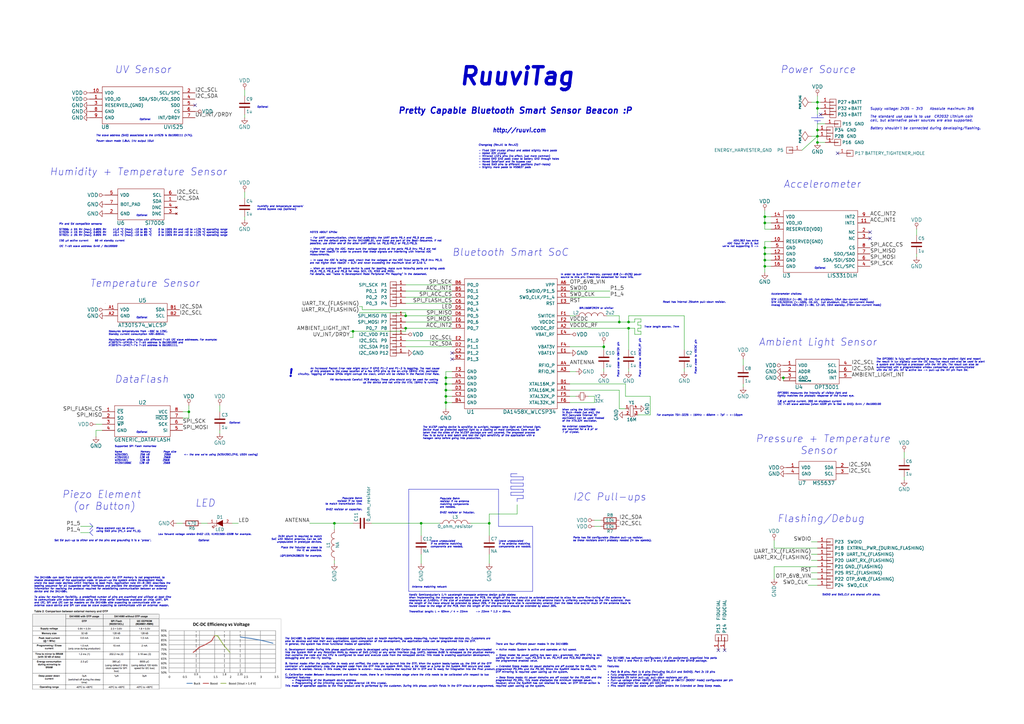
<source format=kicad_sch>
(kicad_sch (version 20230121) (generator eeschema)
  (paper "A3")
  (title_block (title "RuuviTag") (date "2015-07-11") (rev "A2") (company "Lauri Jämsä / lauri@ruuvi.com / ruuvi.com") (comment 1 "http://creativecommons.org/licenses/by-sa/4.0/") (comment 2 "License: Attribution-ShareAlike 4.0 International (CC BY-SA 4.0)"))
  (junction (at 182.88 157.48))
  (junction (at 313.69 106.68))
  (junction (at 321.31 154.94))
  (junction (at 313.69 91.44))
  (junction (at 335.28 44.45))
  (junction (at 77.47 168.91))
  (junction (at 313.69 88.9))
  (junction (at 182.88 160.02))
  (junction (at 335.28 55.88))
  (junction (at 182.88 162.56))
  (junction (at 313.69 109.22))
  (junction (at 313.69 104.14))
  (junction (at 166.37 134.62))
  (junction (at 247.65 142.24))
  (junction (at 182.88 154.94))
  (junction (at 166.37 129.54))
  (junction (at 254 132.08))
  (junction (at 335.28 58.42))
  (junction (at 200.66 214.63))
  (junction (at 182.88 165.1))
  (junction (at 257.81 132.08))
  (junction (at 335.28 41.91))
  (junction (at 137.16 214.63))
  (junction (at 335.28 53.34))
  (junction (at 257.81 134.62))
  (junction (at 172.72 214.63))
  (junction (at 313.69 101.6))
  (junction (at 144.78 135.89))
  (no_connect (at 297.18 266.7))
  (no_connect (at 185.42 144.78))
  (no_connect (at 294.64 266.7))
  (no_connect (at 185.42 147.32))
  (no_connect (at 80.01 43.18))
  (no_connect (at 356.87 95.25))
  (no_connect (at 343.535 62.865))
  (no_connect (at 356.87 97.79))
  (no_connect (at 336.55 46.99))
  (wire (pts (xy 313.69 88.9) (xy 316.23 88.9)))
  (wire (pts (xy 166.37 139.7) (xy 185.42 139.7)))
  (wire (pts (xy 335.28 39.37) (xy 335.28 41.91)))
  (polyline (pts (xy 209.55 194.31) (xy 212.09 194.31)))
  (wire (pts (xy 260.35 130.81) (xy 262.89 130.81)))
  (wire (pts (xy 332.74 237.49) (xy 335.28 237.49)))
  (wire (pts (xy 256.54 162.56) (xy 266.7 162.56)))
  (wire (pts (xy 313.69 106.68) (xy 316.23 106.68)))
  (wire (pts (xy 166.37 129.54) (xy 166.37 128.27)))
  (wire (pts (xy 332.74 41.91) (xy 335.28 41.91)))
  (wire (pts (xy 166.37 116.84) (xy 185.42 116.84)))
  (polyline (pts (xy 209.55 203.2) (xy 209.55 201.93)))
  (wire (pts (xy 317.5 224.79) (xy 335.28 224.79)))
  (wire (pts (xy 143.51 135.89) (xy 144.78 135.89)))
  (wire (pts (xy 335.28 55.88) (xy 335.28 58.42)))
  (wire (pts (xy 233.68 132.08) (xy 254 132.08)))
  (wire (pts (xy 313.69 88.9) (xy 313.69 91.44)))
  (wire (pts (xy 39.37 176.53) (xy 41.91 176.53)))
  (wire (pts (xy 166.37 124.46) (xy 185.42 124.46)))
  (wire (pts (xy 261.62 132.08) (xy 261.62 133.35)))
  (wire (pts (xy 77.47 168.91) (xy 77.47 171.45)))
  (wire (pts (xy 33.02 218.44) (xy 36.83 218.44)))
  (polyline (pts (xy 38.1 215.9) (xy 36.83 217.17)))
  (wire (pts (xy 77.47 171.45) (xy 74.93 171.45)))
  (wire (pts (xy 172.72 214.63) (xy 180.34 214.63)))
  (wire (pts (xy 335.28 58.42) (xy 338.455 58.42)))
  (polyline (pts (xy 214.63 198.12) (xy 209.55 198.12)))
  (wire (pts (xy 375.92 105.41) (xy 375.92 104.14)))
  (wire (pts (xy 256.54 157.48) (xy 256.54 162.56)))
  (wire (pts (xy 200.66 210.82) (xy 200.66 214.63)))
  (polyline (pts (xy 214.63 195.58) (xy 209.55 195.58)))
  (wire (pts (xy 77.47 168.91) (xy 74.93 168.91)))
  (wire (pts (xy 233.68 162.56) (xy 236.22 162.56)))
  (wire (pts (xy 166.37 132.08) (xy 185.42 132.08)))
  (polyline (pts (xy 209.55 195.58) (xy 209.55 194.31)))
  (polyline (pts (xy 38.1 217.17) (xy 36.83 218.44)))
  (wire (pts (xy 166.37 128.27) (xy 147.32 128.27)))
  (wire (pts (xy 335.28 44.45) (xy 336.55 44.45)))
  (wire (pts (xy 247.65 142.24) (xy 247.65 143.51)))
  (wire (pts (xy 254 129.54) (xy 254 132.08)))
  (wire (pts (xy 148.59 125.73) (xy 147.32 125.73)))
  (wire (pts (xy 247.65 140.97) (xy 247.65 142.24)))
  (wire (pts (xy 335.28 41.91) (xy 336.55 41.91)))
  (wire (pts (xy 243.84 215.9) (xy 246.38 215.9)))
  (polyline (pts (xy 204.47 200.66) (xy 167.64 200.66)))
  (wire (pts (xy 241.3 162.56) (xy 243.84 162.56)))
  (wire (pts (xy 90.17 177.8) (xy 90.17 176.53)))
  (polyline (pts (xy 167.64 242.57) (xy 218.44 242.57)))
  (wire (pts (xy 39.37 173.99) (xy 41.91 173.99)))
  (wire (pts (xy 335.28 50.8) (xy 335.28 53.34)))
  (polyline (pts (xy 36.83 214.63) (xy 38.1 215.9)))
  (wire (pts (xy 257.81 134.62) (xy 260.35 134.62)))
  (wire (pts (xy 304.8 147.32) (xy 304.8 149.86)))
  (wire (pts (xy 261.62 133.35) (xy 262.89 133.35)))
  (wire (pts (xy 260.35 132.08) (xy 260.35 130.81)))
  (wire (pts (xy 313.69 106.68) (xy 313.69 109.22)))
  (wire (pts (xy 172.72 214.63) (xy 172.72 219.71)))
  (wire (pts (xy 127 214.63) (xy 137.16 214.63)))
  (polyline (pts (xy 335.28 48.26) (xy 335.28 46.99)))
  (wire (pts (xy 246.38 213.36) (xy 243.84 213.36)))
  (wire (pts (xy 200.66 214.63) (xy 200.66 219.71)))
  (wire (pts (xy 243.84 165.1) (xy 233.68 165.1)))
  (wire (pts (xy 143.51 138.43) (xy 144.78 138.43)))
  (wire (pts (xy 144.78 135.89) (xy 166.37 135.89)))
  (wire (pts (xy 321.31 156.21) (xy 321.31 154.94)))
  (wire (pts (xy 172.72 231.14) (xy 172.72 227.33)))
  (wire (pts (xy 200.66 210.82) (xy 212.09 210.82)))
  (wire (pts (xy 262.89 137.16) (xy 260.35 137.16)))
  (wire (pts (xy 313.69 101.6) (xy 313.69 104.14)))
  (polyline (pts (xy 214.63 201.93) (xy 214.63 200.66)))
  (wire (pts (xy 166.37 135.89) (xy 166.37 134.62)))
  (polyline (pts (xy 212.09 205.74) (xy 212.09 204.47)))
  (wire (pts (xy 100.33 90.17) (xy 100.33 88.9)))
  (wire (pts (xy 182.88 160.02) (xy 182.88 162.56)))
  (wire (pts (xy 182.88 154.94) (xy 182.88 157.48)))
  (wire (pts (xy 335.28 53.34) (xy 335.28 55.88)))
  (wire (pts (xy 233.68 160.02) (xy 254 160.02)))
  (wire (pts (xy 262.89 133.35) (xy 262.89 134.62)))
  (wire (pts (xy 257.81 152.4) (xy 257.81 151.13)))
  (wire (pts (xy 313.69 99.06) (xy 316.23 99.06)))
  (wire (pts (xy 233.68 157.48) (xy 256.54 157.48)))
  (polyline (pts (xy 209.55 198.12) (xy 209.55 196.85)))
  (wire (pts (xy 260.35 137.16) (xy 260.35 134.62)))
  (wire (pts (xy 257.81 134.62) (xy 257.81 143.51)))
  (wire (pts (xy 182.88 157.48) (xy 185.42 157.48)))
  (wire (pts (xy 233.68 134.62) (xy 257.81 134.62)))
  (polyline (pts (xy 209.55 199.39) (xy 214.63 199.39)))
  (wire (pts (xy 280.67 152.4) (xy 280.67 151.13)))
  (wire (pts (xy 100.33 48.26) (xy 100.33 46.99)))
  (wire (pts (xy 144.78 138.43) (xy 144.78 135.89)))
  (wire (pts (xy 261.62 170.18) (xy 266.7 170.18)))
  (wire (pts (xy 262.89 134.62) (xy 261.62 134.62)))
  (wire (pts (xy 182.88 157.48) (xy 182.88 160.02)))
  (wire (pts (xy 257.81 129.54) (xy 280.67 129.54)))
  (wire (pts (xy 247.65 142.24) (xy 233.68 142.24)))
  (wire (pts (xy 77.47 166.37) (xy 77.47 168.91)))
  (wire (pts (xy 39.37 179.07) (xy 39.37 176.53)))
  (wire (pts (xy 166.37 121.92) (xy 185.42 121.92)))
  (wire (pts (xy 82.55 214.63) (xy 85.09 214.63)))
  (wire (pts (xy 313.69 104.14) (xy 313.69 106.68)))
  (wire (pts (xy 313.69 109.22) (xy 313.69 111.76)))
  (wire (pts (xy 313.69 109.22) (xy 316.23 109.22)))
  (wire (pts (xy 185.42 160.02) (xy 182.88 160.02)))
  (wire (pts (xy 166.37 119.38) (xy 185.42 119.38)))
  (wire (pts (xy 182.88 152.4) (xy 185.42 152.4)))
  (wire (pts (xy 332.74 227.33) (xy 335.28 227.33)))
  (polyline (pts (xy 334.01 49.53) (xy 336.55 49.53)))
  (wire (pts (xy 148.59 127) (xy 148.59 125.73)))
  (wire (pts (xy 254 129.54) (xy 248.92 129.54)))
  (wire (pts (xy 375.92 93.98) (xy 375.92 96.52)))
  (wire (pts (xy 33.02 215.9) (xy 38.1 215.9)))
  (polyline (pts (xy 167.64 200.66) (xy 167.64 242.57)))
  (wire (pts (xy 257.81 132.08) (xy 257.81 129.54)))
  (wire (pts (xy 335.28 44.45) (xy 335.28 46.99)))
  (polyline (pts (xy 212.09 204.47) (xy 214.63 204.47)))
  (wire (pts (xy 90.17 166.37) (xy 90.17 168.91)))
  (wire (pts (xy 317.5 221.615) (xy 317.5 224.79)))
  (wire (pts (xy 370.84 185.42) (xy 370.84 187.96)))
  (wire (pts (xy 335.28 55.88) (xy 332.74 55.88)))
  (wire (pts (xy 280.67 129.54) (xy 280.67 143.51)))
  (polyline (pts (xy 209.55 196.85) (xy 214.63 196.85)))
  (polyline (pts (xy 214.63 199.39) (xy 214.63 198.12)))
  (wire (pts (xy 317.5 232.41) (xy 335.28 232.41)))
  (wire (pts (xy 338.455 50.8) (xy 335.28 50.8)))
  (wire (pts (xy 100.33 36.83) (xy 100.33 39.37)))
  (wire (pts (xy 262.89 135.89) (xy 262.89 137.16)))
  (wire (pts (xy 261.62 134.62) (xy 261.62 135.89)))
  (wire (pts (xy 304.8 158.75) (xy 304.8 157.48)))
  (polyline (pts (xy 335.28 49.53) (xy 335.28 50.8)))
  (wire (pts (xy 254 167.64) (xy 256.54 167.64)))
  (wire (pts (xy 182.88 162.56) (xy 182.88 165.1)))
  (polyline (pts (xy 214.63 203.2) (xy 209.55 203.2)))
  (wire (pts (xy 152.4 214.63) (xy 172.72 214.63)))
  (polyline (pts (xy 332.74 48.26) (xy 337.82 48.26)))
  (wire (pts (xy 72.39 214.63) (xy 74.93 214.63)))
  (wire (pts (xy 254 160.02) (xy 254 167.64)))
  (wire (pts (xy 166.37 129.54) (xy 185.42 129.54)))
  (wire (pts (xy 137.16 214.63) (xy 144.78 214.63)))
  (wire (pts (xy 317.5 237.49) (xy 317.5 232.41)))
  (polyline (pts (xy 214.63 196.85) (xy 214.63 195.58)))
  (wire (pts (xy 182.88 152.4) (xy 182.88 154.94)))
  (wire (pts (xy 313.69 99.06) (xy 313.69 101.6)))
  (wire (pts (xy 193.04 214.63) (xy 200.66 214.63)))
  (wire (pts (xy 247.65 152.4) (xy 247.65 151.13)))
  (wire (pts (xy 266.7 162.56) (xy 266.7 170.18)))
  (wire (pts (xy 137.16 214.63) (xy 137.16 217.17)))
  (wire (pts (xy 236.22 152.4) (xy 233.68 152.4)))
  (wire (pts (xy 313.69 91.44) (xy 313.69 93.98)))
  (wire (pts (xy 185.42 154.94) (xy 182.88 154.94)))
  (wire (pts (xy 257.81 132.08) (xy 260.35 132.08)))
  (wire (pts (xy 182.88 162.56) (xy 185.42 162.56)))
  (wire (pts (xy 233.68 119.38) (xy 250.19 119.38)))
  (wire (pts (xy 313.69 101.6) (xy 316.23 101.6)))
  (wire (pts (xy 332.74 234.95) (xy 335.28 234.95)))
  (polyline (pts (xy 214.63 200.66) (xy 209.55 200.66)))
  (polyline (pts (xy 218.44 242.57) (xy 218.44 215.9)))
  (wire (pts (xy 328.93 61.595) (xy 335.28 55.88)))
  (wire (pts (xy 332.74 222.25) (xy 335.28 222.25)))
  (wire (pts (xy 262.89 132.08) (xy 261.62 132.08)))
  (wire (pts (xy 137.16 231.14) (xy 137.16 229.87)))
  (polyline (pts (xy 209.55 200.66) (xy 209.55 199.39)))
  (wire (pts (xy 261.62 135.89) (xy 262.89 135.89)))
  (wire (pts (xy 313.69 93.98) (xy 316.23 93.98)))
  (wire (pts (xy 243.84 162.56) (xy 243.84 165.1)))
  (wire (pts (xy 97.79 214.63) (xy 95.25 214.63)))
  (wire (pts (xy 250.19 121.92) (xy 233.68 121.92)))
  (wire (pts (xy 370.84 196.85) (xy 370.84 195.58)))
  (polyline (pts (xy 36.83 218.44) (xy 38.1 219.71)))
  (polyline (pts (xy 214.63 204.47) (xy 214.63 203.2)))
  (wire (pts (xy 236.22 129.54) (xy 233.68 129.54)))
  (wire (pts (xy 332.74 229.87) (xy 335.28 229.87)))
  (wire (pts (xy 254 132.08) (xy 257.81 132.08)))
  (wire (pts (xy 100.33 78.74) (xy 100.33 81.28)))
  (wire (pts (xy 148.59 127) (xy 185.42 127)))
  (wire (pts (xy 313.69 104.14) (xy 316.23 104.14)))
  (wire (pts (xy 313.69 91.44) (xy 316.23 91.44)))
  (polyline (pts (xy 209.55 201.93) (xy 214.63 201.93)))
  (polyline (pts (xy 204.47 215.9) (xy 204.47 200.66)))
  (wire (pts (xy 212.09 210.82) (xy 212.09 207.01)))
  (polyline (pts (xy 218.44 215.9) (xy 204.47 215.9)))
  (wire (pts (xy 185.42 165.1) (xy 182.88 165.1)))
  (wire (pts (xy 166.37 142.24) (xy 185.42 142.24)))
  (wire (pts (xy 262.89 130.81) (xy 262.89 132.08)))
  (wire (pts (xy 200.66 231.14) (xy 200.66 227.33)))
  (wire (pts (xy 166.37 134.62) (xy 185.42 134.62)))
  (wire (pts (xy 335.28 41.91) (xy 335.28 44.45)))
  (wire (pts (xy 313.69 86.36) (xy 313.69 88.9)))
  (wire (pts (xy 182.88 165.1) (xy 182.88 167.64)))
  (wire (pts (xy 331.47 240.03) (xy 335.28 240.03)))
  (image (at 39.37 266.7))
  (image (at 90.17 267.97))
  (text "UV Sensor" (at 46.99 30.48 0) (effects (font (size 2.9972 2.9972) italic) (justify left bottom)))
  (text "Accelerometer choices:\n\nSTM LIS331DLH (+-8G, 16-bit, 1uA shutdown, 10uA low-current mode)\nSTM H3LIS331DL (+-400G, 16-bit,  1uA shutdown, 10uA low-current mode)\nAnalog Devices ADXL363 (+-8G, 12-bit, 10nA standby, 270nA low-current mode)" (at 316.23 125.73 0) (effects (font (size 0.7112 0.7112) italic) (justify left bottom)))
  (text "Trace length approx. 7mm" (at 264.16 134.62 0) (effects (font (size 0.7112 0.7112) italic) (justify left bottom)))
  (text "Place close to VDCDC_RF pin" (at 262.89 154.94 90) (effects (font (size 0.7112 0.7112) italic) (justify left bottom)))
  (text "Temperature Sensor" (at 36.83 118.11 0) (effects (font (size 2.9972 2.9972) italic) (justify left bottom)))
  (text "!" (at 118.11 154.94 0) (effects (font (size 2.9972 2.9972) (thickness 0.5994) bold italic) (justify left bottom)))
  (text "Low forward voltage version 0402 LED, VLMO1500-GS08 for example." (at 64.77 219.71 0) (effects (font (size 0.7112 0.7112) italic) (justify left bottom)))
  (text "Changelog (Rev.A1 to Rev.A2)\n\n- Fixed 16M crystal pinout and added slightly more paste\n- Added 32K crystal\n- Mirrored LED's pins (no effect, just more common)\n- Added SMD GND pads close to battery GND through holes\n- Moved DataFlash and its bypass cap\n- Moved SWD pins to different positions (half-holes)\n- Slightly more paste to MS5637 pads" (at 196.215 69.215 0) (effects (font (size 0.7112 0.7112) italic) (justify left bottom)))
  (text "OPT3001 measures the intensity of visible light and\ntightly matches the photopic response of the human eye.\n\n1.8 µA active current, 300 nA shutdown current\nI2C 7-bit slave address (when ADDR pin is tied to GND): 0x44 / 0b1000100" (at 318.77 166.37 0) (effects (font (size 0.7112 0.7112) italic) (justify left bottom)))
  (text "Measures temperatures from -55C to 125C.\nStandby current consumption 400-600nA.\n\nManufacturer offers chips with different 7-bit I2C slave addresses. For example:\nAT30TS74-UFM10-T's 7-bit address is 0b1001000 and\nAT30TS74-UFM17-T's 7-bit address is 0b1001111." (at 44.45 142.24 0) (effects (font (size 0.7112 0.7112) italic) (justify left bottom)))
  (text "The WLCSP casing device is sensitive to sunlight, halogen lamp light and infrared light.\nDevice must be protected against light by a coating or mold compound. Care must be\ntaken that the sides of the WLCSP package are well covered. The proposed process\nflow is to build a test batch and test the light sensitivity of the application with a\nhalogen lamp before going into production. " (at 173.355 180.34 0) (effects (font (size 0.7112 0.7112) italic) (justify left bottom)))
  (text "The DA14581 has software-configurable I/O pin assignment, organized into ports\nPort 0, Port 1 and Port 2. Port 2 is only available in the QFN40 package. \n\nFeatures:\n\n• Port 0: 8 pins, Port 1: 6 pins (including SW_CLK and SWDIO), Port 2: 10 pins\n• Fully programmable pin assignment (!)\n• Selectable 25 kohm pull-up, pull-down resistors per pin\n• Pull-up voltage either VBAT3V (BUCK mode) or VBAT1V (BOOST mode) configurable per pin\n• Fixed assignment for analog pin ADC[3:0]\n• Pins retain their last state when system enters the Extended or Deep Sleep mode." (at 248.92 281.94 0) (effects (font (size 0.7112 0.7112) italic) (justify left bottom)))
  (text "Pressure + Temperature\n        Sensor" (at 309.88 186.69 0) (effects (font (size 2.9972 2.9972) italic) (justify left bottom)))
  (text "The OPT3001 is fully self-contained to measure the ambient light and report\nthe result in lux digitally over the I2C bus. The result can also be used to alert\na system and interrupt a processor with the INT pin. The result can also be\nsummarized with a programmable window comparison and communicated\nwith the INT pin. INT is active low -> pull-up the INT pin from SW." (at 359.41 152.4 0) (effects (font (size 0.7112 0.7112) italic) (justify left bottom)))
  (text "LED" (at 80.01 208.28 0) (effects (font (size 2.9972 2.9972) italic) (justify left bottom)))
  (text "Optional" (at 93.98 173.99 0) (effects (font (size 0.7112 0.7112) italic) (justify left bottom)))
  (text "Optional" (at 55.88 177.8 0) (effects (font (size 0.7112 0.7112) italic) (justify left bottom)))
  (text "Optional" (at 55.88 130.81 0) (effects (font (size 0.7112 0.7112) italic) (justify left bottom)))
  (text "Nordic Semiconductor's 1/4 wavelength monopole antenna design guide states:\nWhen implementing the monopole as a trace on the PCB, the length of the trace should be extended somewhat to allow for some fine-tuning of the antenna to\nresonance at 2.45GHz. If the size of available ground plane is approaching the ideal size and the antenna trace is uniformly surrounded by the FR4 substrate, then\nthe length of the trace should be extended by about 20%. If the ground plane size is considerably smaller than the ideal size and/or much of the antenna trace is\nrouted close to the edge of the PCB, then the length of the antenna trace should be extended by about 30%. \n\nTheoretical length: L = 92mm / 4 = 23mm      -> 23mm * 1.3 = 30mm." (at 167.64 251.46 0) (effects (font (size 0.7112 0.7112) italic) (justify left bottom)))
  (text "Optional" (at 334.01 110.49 0) (effects (font (size 0.7112 0.7112) italic) (justify left bottom)))
  (text "Populate 0ohm\nresistor if no antenna\nmatching components\nare needed.\n\n0402 resistor or inductor." (at 180.34 210.82 0) (effects (font (size 0.7112 0.7112) italic) (justify left bottom)))
  (text "The slave address (SAD) associated to the UVIS25 is 0b1000111 (47h).\n\nPower-down mode 1.8uA, 1Hz output 10uA" (at 39.37 58.42 0) (effects (font (size 0.7112 0.7112) italic) (justify left bottom)))
  (text "Optional" (at 105.41 44.45 0) (effects (font (size 0.7112 0.7112) italic) (justify left bottom)))
  (text "I2C Pull-ups" (at 234.95 205.74 0) (effects (font (size 2.9972 2.9972) italic) (justify left bottom)))
  (text "Optional" (at 55.88 88.9 0) (effects (font (size 0.7112 0.7112) italic) (justify left bottom)))
  (text "Optional" (at 81.28 222.25 0) (effects (font (size 0.7112 0.7112) italic) (justify left bottom)))
  (text "Accelerometer" (at 321.31 77.47 0) (effects (font (size 2.9972 2.9972) italic) (justify left bottom)))
  (text "Leave unpopulated\nif no antenna matching\ncomponents are needed.\n" (at 176.53 224.79 0) (effects (font (size 0.7112 0.7112) italic) (justify left bottom)))
  (text "Leave unpopulated\nif no antenna matching\ncomponents are needed.\n" (at 204.47 224.79 0) (effects (font (size 0.7112 0.7112) italic) (justify left bottom)))
  (text "DataFlash" (at 46.99 157.48 0) (effects (font (size 2.9972 2.9972) italic) (justify left bottom)))
  (text "The DA1458x can boot from external serial devices when the OTP memory is not programmed, to\nenable development of the application code. At power-up the system enters Development Mode,\nwhere the boot code decides which interface to boot from. Application note AN-B-001 describes the\nbooting sequence for all supported serial interfaces and provides the developer with the necessary\ninformation for realising the protocol required for establishing communication between an external\ndevice and the DA1458x.\n\nTo allow for maximum flexibility, a predefined number of pins are examined and utilised at boot time\nto communicate with external devices using the three serial interfaces available on chip: UART, SPI\nand I2C. SPI and I2C can be masters on the DA1458x side expecting to communicate with an\nexternal slave device and SPI can also be slave expecting to communicate with an external master." (at 13.97 248.92 0) (effects (font (size 0.7112 0.7112) italic) (justify left bottom)))
  (text "Pin and SW compatible sensors:\n\nSi7006: ± 5% RH (max), 0–80% RH     ±1.0 °C (max), –10 to 85 °C     0 to 100% RH and –40 to +125 °C operating range\nSi7020: ± 4% RH (max), 0–80% RH     ±0.4 °C (max), –10 to 85 °C     0 to 100% RH and –40 to +125 °C operating range\nSi7021: ± 3% RH (max), 0–80% RH     ±0.4 °C (max), –10 to 85 °C     0 to 100% RH and –40 to +125 °C operating range\n\n150 µA active current     60 nA standby current\n\nI2C 7-bit slave address: 0x40 / 0b100000" (at 24.13 101.6 0) (effects (font (size 0.7112 0.7112) italic) (justify left bottom)))
  (text "The DA14581 is optimized for deeply embedded applications such as health monitoring, sports measuring, human interaction devices etc. Customers are\nable to develop and test their own applications. Upon completion of the development, the application code can be programmed into the OTP.\nIn general, the system has three functional modes of operation:\n\nA. Development mode: During this phase application code is developed using the ARM Cortex-M0 SW environment. The compiled code is then downloaded\ninto the System RAM or any Retention RAMs by means of SWD (JTAG) or any serial interface (e.g. UART). Address 0x00 is remapped to the physical memory\nthat contains the code and the CPU is configured to reset and execute code from the remapped device. This mode is enabling application development,\ndebugging and on-the-fly testing.\n\nB. Normal mode: After the application is ready and verified, the code can be burned into the OTP. When the system boots/wakes up, the DMA of the OTP\ncontroller will automatically copy the program code from the OTP into the system RAM. Next, a SW reset or a jump to the System RAM occurs and code\nexecution is started. Hence, in this mode, the system is autono- mous, contains the required SW in OTP and is ready for integration into the final product.\n\nC. Calibration mode: Between Development and Normal mode, there is an intermediate stage where the chip needs to be calibrated with respect to two\nimportant features:\n     • Programming of the Bluetooth device address\n     • Programming of the trimming value for the external 16 MHz crystal.\nThis mode of operation applies to the final product and is performed by the customer. During this phase, certain fields in the OTP should be programmed." (at 116.84 281.94 0) (effects (font (size 0.7112 0.7112) italic) (justify left bottom)))
  (text "Piezo element can be driven\nusing SWD pins (P1_4 and P1_5)." (at 39.37 218.44 0) (effects (font (size 0.7112 0.7112) italic) (justify left bottom)))
  (text "RuuviTag" (at 187.96 35.56 0) (effects (font (size 7.0104 7.0104) (thickness 1.4021) bold italic) (justify left bottom)))
  (text "Flashing/Debug" (at 318.77 214.63 0) (effects (font (size 2.9972 2.9972) italic) (justify left bottom)))
  (text "Place close to VBAT3V pin" (at 254 154.94 90) (effects (font (size 0.7112 0.7112) italic) (justify left bottom)))
  (text "For example: TSX-3225 - 16MHz - 60ohm - 7pF - +-10ppm" (at 269.24 170.815 0) (effects (font (size 0.7112 0.7112) italic) (justify left bottom)))
  (text "Ports has SW configurable 25kohm pull-up resistor,\nso these resistors aren't probably needed (in low speeds)." (at 234.95 222.25 0) (effects (font (size 0.7112 0.7112) italic) (justify left bottom)))
  (text "Supported SPI Flash memories:\n\nName              Memory          Page size\nW25X20CL         256 kB           256B          <- the one we're using (W25X20CLZPIG, USON casing)\nAT25XE011        128 kB           256B\nW25X10CL         128 kB          256B\nMX25V1006E      128 kB           256B" (at 46.99 190.5 0) (effects (font (size 0.7112 0.7112) italic) (justify left bottom)))
  (text "Pretty Capable Bluetooth Smart Sensor Beacon :P" (at 163.195 46.99 0) (effects (font (size 2.4892 2.4892) (thickness 0.4978) bold italic) (justify left bottom)))
  (text "Ambient Light Sensor" (at 311.15 142.24 0) (effects (font (size 2.9972 2.9972) italic) (justify left bottom)))
  (text "Piezo Element\n  (or Button)" (at 25.4 209.55 0) (effects (font (size 2.9972 2.9972) italic) (justify left bottom)))
  (text "Humidity and temperature sensors'\nshared bypass cap (optional)" (at 105.41 86.36 0) (effects (font (size 0.7112 0.7112) italic) (justify left bottom)))
  (text "ADXL363 has extra\nADC input in pin 5, but\nwe're not supporting it ->" (at 311.15 101.6 0) (effects (font (size 0.7112 0.7112) italic) (justify right bottom)))
  (text "NOTES ABOUT GPIOs:\n\n- For UART communication, check that preferably the UART ports P0_4 and P0_5 are used.\nThese are the default ports for the DA14580_01, and these are part of the Boot-Sequence. If not\npossible, use either one of the other UART pairs: i.e. P0_0/P0_1 or P0_2/P0_3.\n\n- When not using the ADC, make sure the voltage levels at the ports P0_0 thru P0_3 are not\nhigher than Vbat3V in order to prevent that these signals are interfering with internal ADC\nmeasurements.\n\n- In case the ADC is being used, check that the voltages at the ADC input ports, P0_0 thru P0_3,\nare not higher than Vbat3V + 0.2V and never exceeding the maximum level of 3.45 V.\n\n- When an external SPI slave device is used for booting, make sure following ports are being used:\nP0_0, P0_3, P0_5 and P0_6 for resp. SCK, CS, MISO and MOSI.\nFor details, see “Table 4: Development Mode Peripheral Pin Mapping” in the datasheet." (at 127 113.03 0) (effects (font (size 0.7112 0.7112) italic) (justify left bottom)))
  (text "Supply voltage: 2V35 - 3V3    Absolute maximum: 3V6\n\nThe standard use case is to use  CR2032 Lithium coin\ncell, but alternative power sources are also supported.\n\nBattery shouldn't be connected during developing/flashing." (at 356.87 53.34 0) (effects (font (size 0.9906 0.9906) italic) (justify left bottom)))
  (text "Antenna matching network" (at 168.91 241.3 0) (effects (font (size 0.7112 0.7112) italic) (justify left bottom)))
  (text "Power Source" (at 320.04 30.48 0) (effects (font (size 2.9972 2.9972) italic) (justify left bottom)))
  (text "Set SW pull-up to either one of the pins and grounding it is a \"press\"." (at 22.225 222.25 0) (effects (font (size 0.7112 0.7112) italic) (justify left bottom)))
  (text "Place close to VDCDC pin" (at 285.75 153.67 90) (effects (font (size 0.7112 0.7112) italic) (justify left bottom)))
  (text "http://ruuvi.com" (at 201.93 54.61 0) (effects (font (size 1.7018 1.7018) (thickness 0.3404) bold italic) (justify left bottom)))
  (text "An increased Packet Error rate might occur if GPIO P1-2 and P1-3 is toggling. The root cause\nof this problem is the close location of a few GPIO pins to the on-chip 16MHz XTAL oscillator \ncircuitry. Toggling of these GPIOs might corrupt the clock, which will be visible in the Packet Error Rate.\n\nHW Workaround: Carefull PCB design. These pins should only be used for waking \nup the device and not while the XTAL 16MHz is running. " (at 180.34 157.48 0) (effects (font (size 0.7112 0.7112) italic) (justify right bottom)))
  (text "3n3H shunt is required to match\nSoC with 50ohm antenna. Can be left\nunpopulated in prototype devices.\n\nPlace the inductor as close to\nthe IC as possible.\n\nLQP15MN3N3B02D for example." (at 132.08 228.6 0) (effects (font (size 0.7112 0.7112) italic) (justify right bottom)))
  (text "Bluetooth Smart SoC" (at 185.42 105.41 0) (effects (font (size 2.9972 2.9972) italic) (justify left bottom)))
  (text "Optional" (at 57.15 49.53 0) (effects (font (size 0.7112 0.7112) italic) (justify left bottom)))
  (text "Reset has internal 25kohm pull-down resistor." (at 271.78 124.46 0) (effects (font (size 0.7112 0.7112) italic) (justify left bottom)))
  (text "There are four different power modes in the DA14580:\n\n• Active mode: System is active and operates at full speed.\n\n• Sleep mode: No power gating has been pro- grammed, the ARM CPU is idle,\nwaiting for an inter- rupt. PD_SYS is on. PD_PER and PED_RAD depending on\nthe programmed enabled value.\n\n• Extended Sleep mode: All power domains are off except for the PD_AON, the\nprogrammed PD_RRx and the PD_SR. Since the SysRAM retains its data, no\nOTP mirroring is required upon waking up the system.\n\n• Deep Sleep mode: All power domains are off except for the PD_AON and the\nprogrammed PD_RRx. This mode dissipates the minimum leakage power.\nHowever, since the SysRAM has not retained its data, an OTP mirror action is\nrequired upon waking up the system." (at 203.2 281.94 0) (effects (font (size 0.7112 0.7112) italic) (justify left bottom)))
  (text "Populate 0ohm\nresistor if no need\nto match transmission line.\n\n0402 resistor or capacitor." (at 148.59 209.55 0) (effects (font (size 0.7112 0.7112) italic) (justify right bottom)))
  (text "BRL1608T2R2M or similar" (at 237.49 127 0) (effects (font (size 0.7112 0.7112) italic) (justify left bottom)))
  (text "SWDIO and SWD_CLK are shared with piezo." (at 337.185 244.475 0) (effects (font (size 0.7112 0.7112) italic) (justify left bottom)))
  (text "In order to burn OTP memory, connect 6V8 (+-0V25) power\nsource to this pin. Check the datasheet for more info." (at 229.87 114.3 0) (effects (font (size 0.7112 0.7112) italic) (justify left bottom)))
  (text "When using the DA14580\nin Buck-mode (we are), the \nRCX (accurate internal RC \noscillator) can be used instead \nof the XTAL32K oscillator.\n\nNo external capacitors\nare required for a 6 pF or\n7 pF crystal." (at 230.505 177.8 0) (effects (font (size 0.7112 0.7112) italic) (justify left bottom)))
  (text "Humidity + Temperature Sensor" (at 20.32 72.39 0) (effects (font (size 2.9972 2.9972) italic) (justify left bottom)))
  (label "LED" (at 185.42 127 180) (effects (font (size 1.524 1.524))))
  (label "RST" (at 332.74 234.95 180) (effects (font (size 1.524 1.524))))
  (label "I2C_SCL" (at 185.42 139.7 180) (effects (font (size 1.524 1.524))))
  (label "ACC_INT1" (at 356.87 91.44 0) (effects (font (size 1.524 1.524))))
  (label "UART_RX_(FLASHING)" (at 147.32 128.27 180) (effects (font (size 1.524 1.524))))
  (label "P1_5" (at 250.19 119.38 0) (effects (font (size 1.524 1.524))))
  (label "LED" (at 97.79 214.63 0) (effects (font (size 1.524 1.524))))
  (label "ACC_INT2" (at 356.87 88.9 0) (effects (font (size 1.524 1.524))))
  (label "SPI_ACC_CS" (at 185.42 121.92 180) (effects (font (size 1.524 1.524))))
  (label "AMBIENT_LIGHT_INT" (at 143.51 135.89 180) (effects (font (size 1.524 1.524))))
  (label "SPI_FLASH_CS" (at 185.42 124.46 180) (effects (font (size 1.524 1.524))))
  (label "SPI_FLASH_CS" (at 41.91 168.91 180) (effects (font (size 1.524 1.524))))
  (label "SWDIO" (at 332.74 222.25 180) (effects (font (size 1.524 1.524))))
  (label "I2C_SDA" (at 349.25 152.4 0) (effects (font (size 1.524 1.524))))
  (label "ACC_INT1" (at 185.42 119.38 180) (effects (font (size 1.524 1.524))))
  (label "P1_4" (at 250.19 121.92 0) (effects (font (size 1.524 1.524))))
  (label "SPI_MISO" (at 356.87 104.14 0) (effects (font (size 1.524 1.524))))
  (label "VDCDC" (at 233.68 132.08 0) (effects (font (size 1.524 1.524))))
  (label "SWD_CLK" (at 331.47 240.03 180) (effects (font (size 1.524 1.524))))
  (label "I2C_SDA" (at 80.01 40.64 0) (effects (font (size 1.524 1.524))))
  (label "OTP_6V8_VIN" (at 233.68 116.84 0) (effects (font (size 1.524 1.524))))
  (label "UART_TX_(FLASHING)" (at 332.74 227.33 180) (effects (font (size 1.524 1.524))))
  (label "RST" (at 233.68 124.46 0) (effects (font (size 1.524 1.524))))
  (label "ACC_INT2" (at 185.42 134.62 180) (effects (font (size 1.524 1.524))))
  (label "SWDIO" (at 233.68 119.38 0) (effects (font (size 1.524 1.524))))
  (label "I2C_SCL" (at 349.25 149.86 0) (effects (font (size 1.524 1.524))))
  (label "UART_RX_(FLASHING)" (at 332.74 229.87 180) (effects (font (size 1.524 1.524))))
  (label "SPI_SCK" (at 185.42 116.84 180) (effects (font (size 1.524 1.524))))
  (label "SPI_MOSI" (at 356.87 106.68 0) (effects (font (size 1.524 1.524))))
  (label "I2C_SDA" (at 73.66 127 0) (effects (font (size 1.524 1.524))))
  (label "ANTENNA" (at 233.68 149.86 0) (effects (font (size 1.524 1.524))))
  (label "SPI_MOSI" (at 185.42 132.08 180) (effects (font (size 1.524 1.524))))
  (label "P1_4" (at 33.02 218.44 180) (effects (font (size 1.524 1.524))))
  (label "UV_INT/DRDY" (at 143.51 138.43 180) (effects (font (size 1.524 1.524))))
  (label "OTP_6V8_VIN" (at 332.74 237.49 180) (effects (font (size 1.524 1.524))))
  (label "I2C_SCL" (at 72.39 80.01 0) (effects (font (size 1.524 1.524))))
  (label "I2C_SDA" (at 347.98 191.77 0) (effects (font (size 1.524 1.524))))
  (label "AMBIENT_LIGHT_INT" (at 349.25 154.94 0) (effects (font (size 1.524 1.524))))
  (label "SPI_MISO" (at 185.42 129.54 180) (effects (font (size 1.524 1.524))))
  (label "SPI_SCK" (at 356.87 109.22 0) (effects (font (size 1.524 1.524))))
  (label "VDCDC_RF" (at 233.68 134.62 0) (effects (font (size 1.524 1.524))))
  (label "UART_TX_(FLASHING)" (at 147.32 125.73 180) (effects (font (size 1.524 1.524))))
  (label "SWD_CLK" (at 233.68 121.92 0) (effects (font (size 1.524 1.524))))
  (label "P1_5" (at 33.02 215.9 180) (effects (font (size 1.524 1.524))))
  (label "I2C_SDA" (at 254 213.36 0) (effects (font (size 1.524 1.524))))
  (label "I2C_SCL" (at 80.01 38.1 0) (effects (font (size 1.524 1.524))))
  (label "I2C_SDA" (at 185.42 142.24 180) (effects (font (size 1.524 1.524))))
  (label "I2C_SCL" (at 73.66 129.54 0) (effects (font (size 1.524 1.524))))
  (label "SPI_MISO" (at 41.91 171.45 180) (effects (font (size 1.524 1.524))))
  (label "SPI_MOSI" (at 74.93 176.53 0) (effects (font (size 1.524 1.524))))
  (label "I2C_SDA" (at 72.39 82.55 0) (effects (font (size 1.524 1.524))))
  (label "SPI_ACC_CS" (at 356.87 101.6 0) (effects (font (size 1.524 1.524))))
  (label "UV_INT/DRDY" (at 80.01 48.26 0) (effects (font (size 1.524 1.524))))
  (label "I2C_SCL" (at 347.98 194.31 0) (effects (font (size 1.524 1.524))))
  (label "I2C_SCL" (at 254 215.9 0) (effects (font (size 1.524 1.524))))
  (label "SPI_SCK" (at 74.93 173.99 0) (effects (font (size 1.524 1.524))))
  (label "ANTENNA" (at 127 214.63 180) (effects (font (size 1.524 1.524))))
  (symbol (lib_id "ruuvitag_reva2-rescue:GND") (at 182.88 167.64 0) (unit 1)
    (property "Reference" "#PWR01" (effects hide))
    (property "Value" "GND" (at 182.88 171.45 0) (effects (font (size 1.524 1.524))))
  )
  (symbol (lib_id "ruuvitag_reva2-rescue:GND") (at 236.22 152.4 90) (unit 1)
    (property "Reference" "#PWR02" (effects hide))
    (property "Value" "GND" (at 241.3 152.4 90) (effects (font (size 1.524 1.524))))
  )
  (symbol (lib_id "ruuvitag_reva2-rescue:INDUCTOR_SMALL") (at 242.57 129.54 0) (unit 1)
    (property "Reference" "L2" (at 236.22 128.27 0))
    (property "Value" "2u2" (at 250.19 128.27 0))
    (property "Footprint" "RuuviTag:0603_GENERAL" (effects hide))
  )
  (symbol (lib_id "ruuvitag_reva2-rescue:C") (at 257.81 147.32 0) (unit 1)
    (property "Reference" "C1" (at 258.445 144.78 0) (effects (justify left)))
    (property "Value" "1u" (at 258.445 149.86 0) (effects (justify left)))
    (property "Footprint" "RuuviTag:0402_GENERAL" (effects hide))
  )
  (symbol (lib_id "ruuvitag_reva2-rescue:GND") (at 257.81 152.4 0) (unit 1)
    (property "Reference" "#PWR03" (effects hide))
    (property "Value" "GND" (at 257.81 156.21 0) (effects (font (size 1.524 1.524))))
  )
  (symbol (lib_id "ruuvitag_reva2-rescue:CONN_01X01") (at 161.29 116.84 180) (unit 1)
    (property "Reference" "P1" (at 157.48 116.84 0))
    (property "Value" "SPI_SCK" (at 151.13 116.84 0))
    (property "Footprint" "RuuviTag:05MM_PLATED_RECT_HOLE" (effects hide))
  )
  (symbol (lib_id "ruuvitag_reva2-rescue:CONN_01X01") (at 161.29 119.38 180) (unit 1)
    (property "Reference" "P2" (at 157.48 119.38 0))
    (property "Value" "P0_1" (at 152.4 119.38 0))
    (property "Footprint" "RuuviTag:05MM_PLATED_RECT_HOLE" (effects hide))
  )
  (symbol (lib_id "ruuvitag_reva2-rescue:CONN_01X01") (at 161.29 121.92 180) (unit 1)
    (property "Reference" "P3" (at 157.48 121.92 0))
    (property "Value" "P0_2" (at 152.4 121.92 0))
    (property "Footprint" "RuuviTag:05MM_PLATED_RECT_HOLE" (effects hide))
  )
  (symbol (lib_id "ruuvitag_reva2-rescue:CONN_01X01") (at 161.29 124.46 180) (unit 1)
    (property "Reference" "P4" (at 157.48 124.46 0))
    (property "Value" "P0_3" (at 152.4 124.46 0))
    (property "Footprint" "RuuviTag:05MM_PLATED_RECT_HOLE" (effects hide))
  )
  (symbol (lib_id "ruuvitag_reva2-rescue:CONN_01X01") (at 161.29 129.54 180) (unit 1)
    (property "Reference" "P6" (at 157.48 129.54 0))
    (property "Value" "SPI_MISO" (at 151.13 129.54 0))
    (property "Footprint" "RuuviTag:05MM_PLATED_RECT_HOLE" (effects hide))
  )
  (symbol (lib_id "ruuvitag_reva2-rescue:CONN_01X01") (at 161.29 132.08 180) (unit 1)
    (property "Reference" "P7" (at 157.48 132.08 0))
    (property "Value" "SPI_MOSI" (at 151.13 132.08 0))
    (property "Footprint" "RuuviTag:05MM_PLATED_RECT_HOLE" (effects hide))
  )
  (symbol (lib_id "ruuvitag_reva2-rescue:CONN_01X01") (at 161.29 134.62 180) (unit 1)
    (property "Reference" "P8" (at 157.48 134.62 0))
    (property "Value" "P0_7" (at 152.4 134.62 0))
    (property "Footprint" "RuuviTag:05MM_PLATED_RECT_HOLE" (effects hide))
  )
  (symbol (lib_id "ruuvitag_reva2-rescue:CONN_01X01") (at 161.29 139.7 180) (unit 1)
    (property "Reference" "P9" (at 157.48 139.7 0))
    (property "Value" "I2C_SCL" (at 151.13 139.7 0))
    (property "Footprint" "RuuviTag:05MM_PLATED_RECT_HOLE" (effects hide))
  )
  (symbol (lib_id "ruuvitag_reva2-rescue:CONN_01X01") (at 161.29 142.24 180) (unit 1)
    (property "Reference" "P10" (at 157.48 142.24 0))
    (property "Value" "I2C_SDA" (at 151.13 142.24 0))
    (property "Footprint" "RuuviTag:05MM_PLATED_RECT_HOLE" (effects hide))
  )
  (symbol (lib_id "ruuvitag_reva2-rescue:INDUCTOR_SMALL") (at 137.16 223.52 90) (unit 1)
    (property "Reference" "L1" (at 134.62 223.52 0))
    (property "Value" "NA" (at 138.43 223.52 0))
    (property "Footprint" "RuuviTag:0402_GENERAL" (effects hide))
  )
  (symbol (lib_id "ruuvitag_reva2-rescue:GND") (at 137.16 231.14 0) (unit 1)
    (property "Reference" "#PWR04" (effects hide))
    (property "Value" "GND" (at 137.16 236.22 90) (effects (font (size 1.524 1.524))))
  )
  (symbol (lib_id "da1458x_wlcsp34:DA1458X_WLCSP34") (at 209.55 140.97 0) (unit 1)
    (property "Reference" "U1" (at 193.04 168.91 0) (effects (font (size 1.524 1.524))))
    (property "Value" "DA1458X_WLCSP34" (at 217.17 168.91 0) (effects (font (size 1.524 1.524))))
    (property "Footprint" "RuuviTag:WLCSP34" (effects hide))
  )
  (symbol (lib_id "generic_dataflash:GENERIC_DATAFLASH") (at 58.42 172.72 0) (unit 1)
    (property "Reference" "U2" (at 58.42 165.1 0) (effects (font (size 1.524 1.524))))
    (property "Value" "GENERIC_DATAFLASH" (at 58.42 180.34 0) (effects (font (size 1.524 1.524))))
    (property "Footprint" "RuuviTag:USON8_2X3MM" (effects hide))
  )
  (symbol (lib_id "ruuvitag_reva2-rescue:GND") (at 39.37 179.07 0) (unit 1)
    (property "Reference" "#PWR05" (effects hide))
    (property "Value" "GND" (at 39.37 182.88 0) (effects (font (size 1.524 1.524))))
  )
  (symbol (lib_id "ruuvitag_reva2-rescue:C") (at 90.17 172.72 0) (unit 1)
    (property "Reference" "C3" (at 90.805 170.18 0) (effects (justify left)))
    (property "Value" "1u" (at 90.805 175.26 0) (effects (justify left)))
    (property "Footprint" "RuuviTag:0402_GENERAL" (effects hide))
  )
  (symbol (lib_id "ruuvitag_reva2-rescue:GND") (at 90.17 177.8 0) (unit 1)
    (property "Reference" "#PWR06" (effects hide))
    (property "Value" "GND" (at 90.17 181.61 0) (effects (font (size 1.524 1.524))))
  )
  (symbol (lib_id "ruuvitag_reva2-rescue:LED") (at 90.17 214.63 0) (unit 1)
    (property "Reference" "D1" (at 90.17 212.09 0))
    (property "Value" "LED" (at 90.17 217.17 0))
    (property "Footprint" "RuuviTag:0402_LED" (effects hide))
  )
  (symbol (lib_id "ruuvitag_reva2-rescue:R") (at 78.74 214.63 270) (unit 1)
    (property "Reference" "R6" (at 78.74 216.662 90))
    (property "Value" "470" (at 78.74 214.63 90))
    (property "Footprint" "RuuviTag:0402_GENERAL" (effects hide))
  )
  (symbol (lib_id "ruuvitag_reva2-rescue:GND") (at 72.39 214.63 270) (unit 1)
    (property "Reference" "#PWR07" (effects hide))
    (property "Value" "GND" (at 67.31 214.63 90) (effects (font (size 1.524 1.524))))
  )
  (symbol (lib_id "ruuvitag_reva2-rescue:C") (at 375.92 100.33 0) (unit 1)
    (property "Reference" "C5" (at 376.555 97.79 0) (effects (justify left)))
    (property "Value" "1u" (at 376.555 102.87 0) (effects (justify left)))
    (property "Footprint" "RuuviTag:0402_GENERAL" (effects hide))
  )
  (symbol (lib_id "ruuvitag_reva2-rescue:GND") (at 375.92 105.41 0) (unit 1)
    (property "Reference" "#PWR08" (effects hide))
    (property "Value" "GND" (at 375.92 109.22 0) (effects (font (size 1.524 1.524))))
  )
  (symbol (lib_id "ruuvitag_reva2-rescue:GND") (at 335.28 58.42 0) (unit 1)
    (property "Reference" "#PWR09" (effects hide))
    (property "Value" "GND" (at 335.28 62.23 0) (effects (font (size 1.524 1.524))))
  )
  (symbol (lib_id "ruuvitag_reva2-rescue:VDD") (at 375.92 93.98 0) (unit 1)
    (property "Reference" "#PWR010" (effects hide))
    (property "Value" "VDD" (at 375.92 90.17 0) (effects (font (size 1.524 1.524))))
  )
  (symbol (lib_id "ruuvitag_reva2-rescue:VDD") (at 39.37 173.99 90) (unit 1)
    (property "Reference" "#PWR011" (effects hide))
    (property "Value" "VDD" (at 34.29 173.99 90) (effects (font (size 1.524 1.524))))
  )
  (symbol (lib_id "ruuvitag_reva2-rescue:VDD") (at 77.47 166.37 0) (unit 1)
    (property "Reference" "#PWR012" (effects hide))
    (property "Value" "VDD" (at 77.47 162.56 0) (effects (font (size 1.524 1.524))))
  )
  (symbol (lib_id "ruuvitag_reva2-rescue:VDD") (at 90.17 166.37 0) (unit 1)
    (property "Reference" "#PWR013" (effects hide))
    (property "Value" "VDD" (at 90.17 162.56 0) (effects (font (size 1.524 1.524))))
  )
  (symbol (lib_id "ruuvitag_reva2-rescue:R") (at 250.19 215.9 270) (unit 1)
    (property "Reference" "R7" (at 250.19 217.932 90))
    (property "Value" "10k" (at 250.19 215.9 90))
    (property "Footprint" "RuuviTag:0402_GENERAL" (effects hide))
  )
  (symbol (lib_id "ruuvitag_reva2-rescue:R") (at 250.19 213.36 90) (unit 1)
    (property "Reference" "R8" (at 250.19 211.328 90))
    (property "Value" "10k" (at 250.19 213.36 90))
    (property "Footprint" "RuuviTag:0402_GENERAL" (effects hide))
  )
  (symbol (lib_id "ruuvitag_reva2-rescue:VDD") (at 243.84 215.9 90) (unit 1)
    (property "Reference" "#PWR014" (effects hide))
    (property "Value" "VDD" (at 238.76 215.9 90) (effects (font (size 1.524 1.524))))
  )
  (symbol (lib_id "ruuvitag_reva2-rescue:VDD") (at 243.84 213.36 90) (unit 1)
    (property "Reference" "#PWR015" (effects hide))
    (property "Value" "VDD" (at 238.76 213.36 90) (effects (font (size 1.524 1.524))))
  )
  (symbol (lib_id "ruuvitag_reva2-rescue:GND") (at 317.5 237.49 0) (unit 1)
    (property "Reference" "#PWR016" (effects hide))
    (property "Value" "GND" (at 317.5 242.57 90) (effects (font (size 1.524 1.524))))
  )
  (symbol (lib_id "ruuvitag_reva2-rescue:CONN_01X01") (at 340.36 224.79 0) (unit 1)
    (property "Reference" "P18" (at 344.17 224.79 0))
    (property "Value" "EXTRNL_PWR_(DURING_FLASHING)" (at 363.22 224.79 0))
    (property "Footprint" "RuuviTag:09MM_PLATED_HOLE" (effects hide))
  )
  (symbol (lib_id "ruuvitag_reva2-rescue:CONN_01X01") (at 340.36 227.33 0) (unit 1)
    (property "Reference" "P19" (at 344.17 227.33 0))
    (property "Value" "UART_TX_(FLASHING)" (at 356.87 227.33 0))
    (property "Footprint" "RuuviTag:09MM_PLATED_HOLE" (effects hide))
  )
  (symbol (lib_id "ruuvitag_reva2-rescue:CONN_01X01") (at 340.36 229.87 0) (unit 1)
    (property "Reference" "P20" (at 344.17 229.87 0))
    (property "Value" "UART_RX_(FLASHING)" (at 356.87 229.87 0))
    (property "Footprint" "RuuviTag:09MM_PLATED_HOLE" (effects hide))
  )
  (symbol (lib_id "ruuvitag_reva2-rescue:CONN_01X01") (at 340.36 232.41 0) (unit 1)
    (property "Reference" "P21" (at 344.17 232.41 0))
    (property "Value" "GND_(FLASHING)" (at 354.33 232.41 0))
    (property "Footprint" "RuuviTag:09MM_PLATED_HOLE" (effects hide))
  )
  (symbol (lib_id "ruuvitag_reva2-rescue:PWR_FLAG") (at 332.74 41.91 90) (unit 1)
    (property "Reference" "#FLG017" (effects hide))
    (property "Value" "PWR_FLAG" (at 328.168 41.91 0) (effects (font (size 0.762 0.762))))
  )
  (symbol (lib_id "ruuvitag_reva2-rescue:PWR_FLAG") (at 332.74 55.88 90) (unit 1)
    (property "Reference" "#FLG018" (effects hide))
    (property "Value" "PWR_FLAG" (at 328.168 55.88 0) (effects (font (size 0.762 0.762))))
  )
  (symbol (lib_id "lis331dlh:LIS331DLH") (at 336.55 99.06 0) (unit 1)
    (property "Reference" "U3" (at 322.58 113.03 0) (effects (font (size 1.524 1.524))))
    (property "Value" "LIS331DLH" (at 345.44 113.03 0) (effects (font (size 1.524 1.524))))
    (property "Footprint" "RuuviTag:LGA16_3X3MM" (effects hide))
  )
  (symbol (lib_id "ruuvitag_reva2-rescue:VDD") (at 313.69 86.36 0) (unit 1)
    (property "Reference" "#PWR019" (effects hide))
    (property "Value" "VDD" (at 313.69 82.55 0) (effects (font (size 1.524 1.524))))
  )
  (symbol (lib_id "ruuvitag_reva2-rescue:GND") (at 313.69 111.76 0) (unit 1)
    (property "Reference" "#PWR020" (effects hide))
    (property "Value" "GND" (at 313.69 115.57 0) (effects (font (size 1.524 1.524))))
  )
  (symbol (lib_id "ruuvitag_reva2-rescue:CONN_01X01") (at 340.36 237.49 0) (unit 1)
    (property "Reference" "P22" (at 344.17 237.49 0))
    (property "Value" "OTP_6V8_(FLASHING)" (at 356.87 237.49 0))
    (property "Footprint" "RuuviTag:09MM_PLATED_HOLE" (effects hide))
  )
  (symbol (lib_id "ruuvitag_reva2-rescue:CONN_01X01") (at 340.36 222.25 0) (unit 1)
    (property "Reference" "P23" (at 344.17 222.25 0))
    (property "Value" "SWDIO" (at 350.52 222.25 0))
    (property "Footprint" "RuuviTag:09MM_PLATED_HOLE" (effects hide))
  )
  (symbol (lib_id "ruuvitag_reva2-rescue:CONN_01X01") (at 340.36 240.03 0) (unit 1)
    (property "Reference" "P24" (at 344.17 240.03 0))
    (property "Value" "SWD_CLK" (at 351.79 240.03 0))
    (property "Footprint" "RuuviTag:09MM_PLATED_HOLE" (effects hide))
  )
  (symbol (lib_id "ruuvitag_reva2-rescue:CONN_01X01") (at 340.36 234.95 0) (unit 1)
    (property "Reference" "P25" (at 344.17 234.95 0))
    (property "Value" "RST_(FLASHING)" (at 354.33 234.95 0))
    (property "Footprint" "RuuviTag:09MM_PLATED_HOLE" (effects hide))
  )
  (symbol (lib_id "ruuvitag_reva2-rescue:CONN_01X01") (at 341.63 41.91 0) (unit 1)
    (property "Reference" "P27" (at 345.44 41.91 0))
    (property "Value" "+BATT" (at 350.52 41.91 0))
    (property "Footprint" "RuuviTag:WIDE_PLATED_HOLE" (effects hide))
  )
  (symbol (lib_id "ruuvitag_reva2-rescue:CONN_01X01") (at 340.36 55.88 0) (unit 1)
    (property "Reference" "P28" (at 344.17 55.88 0))
    (property "Value" "GND" (at 349.25 55.88 0))
    (property "Footprint" "RuuviTag:09MM_PLATED_HOLE" (effects hide))
  )
  (symbol (lib_id "ruuvitag_reva2-rescue:VDD") (at 335.28 39.37 0) (unit 1)
    (property "Reference" "#PWR021" (effects hide))
    (property "Value" "VDD" (at 335.28 35.56 0) (effects (font (size 1.524 1.524))))
  )
  (symbol (lib_id "ruuvitag_reva2-rescue:GND") (at 233.68 144.78 90) (unit 1)
    (property "Reference" "#PWR022" (effects hide))
    (property "Value" "GND" (at 238.76 144.78 90) (effects (font (size 1.524 1.524))))
  )
  (symbol (lib_id "ruuvitag_reva2-rescue:VDD") (at 247.65 140.97 0) (unit 1)
    (property "Reference" "#PWR023" (effects hide))
    (property "Value" "VDD" (at 247.65 137.16 0) (effects (font (size 1.524 1.524))))
  )
  (symbol (lib_id "ruuvitag_reva2-rescue:VDD") (at 233.68 137.16 270) (unit 1)
    (property "Reference" "#PWR024" (effects hide))
    (property "Value" "VDD" (at 238.76 137.16 90) (effects (font (size 1.524 1.524))))
  )
  (symbol (lib_id "at30ts74_wlcsp:AT30TS74_WLCSP") (at 58.42 128.27 0) (unit 1)
    (property "Reference" "U5" (at 58.42 123.19 0) (effects (font (size 1.5494 1.5494))))
    (property "Value" "AT30TS74_WLCSP" (at 58.42 133.35 0) (effects (font (size 1.5494 1.5494))))
    (property "Footprint" "RuuviTag:WLCSP4" (effects hide))
  )
  (symbol (lib_id "ruuvitag_reva2-rescue:VDD") (at 43.18 127 90) (unit 1)
    (property "Reference" "#PWR025" (effects hide))
    (property "Value" "VDD" (at 38.1 127 90) (effects (font (size 1.524 1.524))))
  )
  (symbol (lib_id "ruuvitag_reva2-rescue:GND") (at 43.18 129.54 270) (unit 1)
    (property "Reference" "#PWR026" (effects hide))
    (property "Value" "GND" (at 38.1 129.54 90) (effects (font (size 1.524 1.524))))
  )
  (symbol (lib_id "ruuvitag_reva2-rescue:VDD") (at 317.5 221.615 0) (unit 1)
    (property "Reference" "#PWR027" (effects hide))
    (property "Value" "VDD" (at 317.5 217.805 0) (effects (font (size 1.524 1.524))))
  )
  (symbol (lib_id "ruuvitag_reva2-rescue:C") (at 280.67 147.32 0) (unit 1)
    (property "Reference" "C2" (at 281.305 144.78 0) (effects (justify left)))
    (property "Value" "1u" (at 281.305 149.86 0) (effects (justify left)))
    (property "Footprint" "RuuviTag:0402_GENERAL" (effects hide))
  )
  (symbol (lib_id "ruuvitag_reva2-rescue:GND") (at 280.67 152.4 0) (unit 1)
    (property "Reference" "#PWR028" (effects hide))
    (property "Value" "GND" (at 280.67 156.21 0) (effects (font (size 1.524 1.524))))
  )
  (symbol (lib_id "ruuvitag_reva2-rescue:CONN_01X01") (at 341.63 44.45 0) (unit 1)
    (property "Reference" "P32" (at 345.44 44.45 0))
    (property "Value" "+BATT" (at 350.52 44.45 0))
    (property "Footprint" "RuuviTag:WIDE_PLATED_HOLE" (effects hide))
  )
  (symbol (lib_id "ruuvitag_reva2-rescue:CONN_01X01") (at 341.63 46.99 0) (unit 1)
    (property "Reference" "P33" (at 345.44 46.99 0))
    (property "Value" "+BATT" (at 350.52 46.99 0))
    (property "Footprint" "RuuviTag:WIDE_PLATED_HOLE" (effects hide))
  )
  (symbol (lib_id "ruuvitag_reva2-rescue:CONN_01X01") (at 340.36 53.34 0) (unit 1)
    (property "Reference" "P34" (at 344.17 53.34 0))
    (property "Value" "GND" (at 349.25 53.34 0))
    (property "Footprint" "RuuviTag:09MM_PLATED_HOLE" (effects hide))
  )
  (symbol (lib_id "si7006:Si7006") (at 57.15 83.82 0) (unit 1)
    (property "Reference" "U6" (at 49.53 91.44 0) (effects (font (size 1.524 1.524))))
    (property "Value" "Si7006" (at 63.5 91.44 0) (effects (font (size 1.524 1.524))))
    (property "Footprint" "RuuviTag:DFN6_3X3MM" (effects hide))
  )
  (symbol (lib_id "ruuvitag_reva2-rescue:VDD") (at 43.18 80.01 90) (unit 1)
    (property "Reference" "#PWR029" (effects hide))
    (property "Value" "VDD" (at 38.1 80.01 90) (effects (font (size 1.524 1.524))))
  )
  (symbol (lib_id "ruuvitag_reva2-rescue:GND") (at 43.18 87.63 270) (unit 1)
    (property "Reference" "#PWR030" (effects hide))
    (property "Value" "GND" (at 38.1 87.63 90) (effects (font (size 1.524 1.524))))
  )
  (symbol (lib_id "ruuvitag_reva2-rescue:INDUCTOR_SMALL") (at 186.69 214.63 0) (unit 1)
    (property "Reference" "L3" (at 186.69 212.09 0))
    (property "Value" "0_ohm_resistor" (at 186.69 215.9 0))
    (property "Footprint" "RuuviTag:0402_GENERAL" (effects hide))
  )
  (symbol (lib_id "ruuvitag_reva2-rescue:GND") (at 43.18 83.82 270) (unit 1)
    (property "Reference" "#PWR031" (effects hide))
    (property "Value" "GND" (at 38.1 83.82 90) (effects (font (size 1.524 1.524))))
  )
  (symbol (lib_id "ruuvitag_reva2-rescue:C") (at 100.33 85.09 0) (unit 1)
    (property "Reference" "C4" (at 100.965 82.55 0) (effects (justify left)))
    (property "Value" "1u" (at 100.965 87.63 0) (effects (justify left)))
    (property "Footprint" "RuuviTag:0402_GENERAL" (effects hide))
  )
  (symbol (lib_id "ruuvitag_reva2-rescue:GND") (at 100.33 90.17 0) (unit 1)
    (property "Reference" "#PWR032" (effects hide))
    (property "Value" "GND" (at 100.33 93.98 0) (effects (font (size 1.524 1.524))))
  )
  (symbol (lib_id "ruuvitag_reva2-rescue:VDD") (at 100.33 78.74 0) (unit 1)
    (property "Reference" "#PWR033" (effects hide))
    (property "Value" "VDD" (at 100.33 74.93 0) (effects (font (size 1.524 1.524))))
  )
  (symbol (lib_id "ruuvitag_reva2-rescue:C") (at 200.66 223.52 0) (unit 1)
    (property "Reference" "C7" (at 201.295 220.98 0) (effects (justify left)))
    (property "Value" "NA" (at 201.295 226.06 0) (effects (justify left)))
    (property "Footprint" "RuuviTag:0402_GENERAL" (effects hide))
  )
  (symbol (lib_id "ruuvitag_reva2-rescue:GND") (at 200.66 231.14 0) (unit 1)
    (property "Reference" "#PWR034" (effects hide))
    (property "Value" "GND" (at 200.66 236.22 90) (effects (font (size 1.524 1.524))))
  )
  (symbol (lib_id "ms5637:MS5637") (at 335.28 193.04 0) (unit 1)
    (property "Reference" "U7" (at 328.93 198.12 0) (effects (font (size 1.524 1.524))))
    (property "Value" "MS5637" (at 337.82 198.12 0) (effects (font (size 1.524 1.524))))
    (property "Footprint" "RuuviTag:MS5637" (effects hide))
  )
  (symbol (lib_id "ruuvitag_reva2-rescue:VDD") (at 322.58 191.77 90) (unit 1)
    (property "Reference" "#PWR035" (effects hide))
    (property "Value" "VDD" (at 317.5 191.77 90) (effects (font (size 1.524 1.524))))
  )
  (symbol (lib_id "ruuvitag_reva2-rescue:GND") (at 322.58 194.31 270) (unit 1)
    (property "Reference" "#PWR036" (effects hide))
    (property "Value" "GND" (at 317.5 194.31 90) (effects (font (size 1.524 1.524))))
  )
  (symbol (lib_id "ruuvitag_reva2-rescue:C") (at 370.84 191.77 0) (unit 1)
    (property "Reference" "C6" (at 371.475 189.23 0) (effects (justify left)))
    (property "Value" "1u" (at 371.475 194.31 0) (effects (justify left)))
    (property "Footprint" "RuuviTag:0402_GENERAL" (effects hide))
  )
  (symbol (lib_id "ruuvitag_reva2-rescue:GND") (at 370.84 196.85 0) (unit 1)
    (property "Reference" "#PWR037" (effects hide))
    (property "Value" "GND" (at 370.84 200.66 0) (effects (font (size 1.524 1.524))))
  )
  (symbol (lib_id "ruuvitag_reva2-rescue:VDD") (at 370.84 185.42 0) (unit 1)
    (property "Reference" "#PWR038" (effects hide))
    (property "Value" "VDD" (at 370.84 181.61 0) (effects (font (size 1.524 1.524))))
  )
  (symbol (lib_id "opt3001:OPT3001") (at 335.28 152.4 0) (unit 1)
    (property "Reference" "U4" (at 327.66 158.75 0) (effects (font (size 1.524 1.524))))
    (property "Value" "OPT3001" (at 339.09 158.75 0) (effects (font (size 1.524 1.524))))
    (property "Footprint" "RuuviTag:USON6_2X2MM_WITHTHRMLPAD" (effects hide))
  )
  (symbol (lib_id "ruuvitag_reva2-rescue:VDD") (at 321.31 149.86 90) (unit 1)
    (property "Reference" "#PWR039" (effects hide))
    (property "Value" "VDD" (at 316.23 149.86 90) (effects (font (size 1.524 1.524))))
  )
  (symbol (lib_id "ruuvitag_reva2-rescue:GND") (at 321.31 154.94 270) (unit 1)
    (property "Reference" "#PWR040" (effects hide))
    (property "Value" "GND" (at 316.23 154.94 90) (effects (font (size 1.524 1.524))))
  )
  (symbol (lib_id "ruuvitag_reva2-rescue:C") (at 304.8 153.67 0) (unit 1)
    (property "Reference" "C8" (at 305.435 151.13 0) (effects (justify left)))
    (property "Value" "1u" (at 305.435 156.21 0) (effects (justify left)))
    (property "Footprint" "RuuviTag:0402_GENERAL" (effects hide))
  )
  (symbol (lib_id "ruuvitag_reva2-rescue:GND") (at 304.8 158.75 0) (unit 1)
    (property "Reference" "#PWR041" (effects hide))
    (property "Value" "GND" (at 304.8 162.56 0) (effects (font (size 1.524 1.524))))
  )
  (symbol (lib_id "ruuvitag_reva2-rescue:VDD") (at 304.8 147.32 0) (unit 1)
    (property "Reference" "#PWR042" (effects hide))
    (property "Value" "VDD" (at 304.8 143.51 0) (effects (font (size 1.524 1.524))))
  )
  (symbol (lib_id "ruuvitag_reva2-rescue:GND") (at 321.31 152.4 270) (unit 1)
    (property "Reference" "#PWR043" (effects hide))
    (property "Value" "GND" (at 316.23 152.4 90) (effects (font (size 1.524 1.524))))
  )
  (symbol (lib_id "uvis25:UVIS25") (at 58.42 43.18 0) (unit 1)
    (property "Reference" "U8" (at 43.18 52.07 0) (effects (font (size 1.524 1.524))))
    (property "Value" "UVIS25" (at 71.12 52.07 0) (effects (font (size 1.524 1.524))))
    (property "Footprint" "RuuviTag:UVIS25" (effects hide))
  )
  (symbol (lib_id "ruuvitag_reva2-rescue:VDD") (at 36.83 38.1 90) (unit 1)
    (property "Reference" "#PWR044" (effects hide))
    (property "Value" "VDD" (at 31.75 38.1 90) (effects (font (size 1.524 1.524))))
  )
  (symbol (lib_id "ruuvitag_reva2-rescue:VDD") (at 36.83 40.64 90) (unit 1)
    (property "Reference" "#PWR045" (effects hide))
    (property "Value" "VDD" (at 31.75 40.64 90) (effects (font (size 1.524 1.524))))
  )
  (symbol (lib_id "ruuvitag_reva2-rescue:GND") (at 36.83 48.26 270) (unit 1)
    (property "Reference" "#PWR046" (effects hide))
    (property "Value" "GND" (at 31.75 48.26 90) (effects (font (size 1.524 1.524))))
  )
  (symbol (lib_id "ruuvitag_reva2-rescue:GND") (at 36.83 45.72 270) (unit 1)
    (property "Reference" "#PWR047" (effects hide))
    (property "Value" "GND" (at 31.75 45.72 90) (effects (font (size 1.524 1.524))))
  )
  (symbol (lib_id "ruuvitag_reva2-rescue:GND") (at 36.83 43.18 270) (unit 1)
    (property "Reference" "#PWR048" (effects hide))
    (property "Value" "GND" (at 31.75 43.18 90) (effects (font (size 1.524 1.524))))
  )
  (symbol (lib_id "ruuvitag_reva2-rescue:VDD") (at 80.01 45.72 270) (unit 1)
    (property "Reference" "#PWR049" (effects hide))
    (property "Value" "VDD" (at 85.09 45.72 90) (effects (font (size 1.524 1.524))))
  )
  (symbol (lib_id "ruuvitag_reva2-rescue:C") (at 100.33 43.18 0) (unit 1)
    (property "Reference" "C9" (at 100.965 40.64 0) (effects (justify left)))
    (property "Value" "1u" (at 100.965 45.72 0) (effects (justify left)))
    (property "Footprint" "RuuviTag:0402_GENERAL" (effects hide))
  )
  (symbol (lib_id "ruuvitag_reva2-rescue:GND") (at 100.33 48.26 0) (unit 1)
    (property "Reference" "#PWR050" (effects hide))
    (property "Value" "GND" (at 100.33 52.07 0) (effects (font (size 1.524 1.524))))
  )
  (symbol (lib_id "ruuvitag_reva2-rescue:VDD") (at 100.33 36.83 0) (unit 1)
    (property "Reference" "#PWR051" (effects hide))
    (property "Value" "VDD" (at 100.33 33.02 0) (effects (font (size 1.524 1.524))))
  )
  (symbol (lib_id "4pin_crystal:4PIN_CRYSTAL") (at 259.08 168.91 0) (unit 1)
    (property "Reference" "Y1" (at 259.08 165.1 0))
    (property "Value" "16M" (at 259.08 172.085 0))
    (property "Footprint" "RuuviTag:32X25MM_4PIN_CRYSTAL" (effects hide))
  )
  (symbol (lib_id "ruuvitag_reva2-rescue:GND") (at 256.54 170.18 270) (unit 1)
    (property "Reference" "#PWR052" (effects hide))
    (property "Value" "GND" (at 252.73 170.18 0) (effects (font (size 1.524 1.524))))
  )
  (symbol (lib_id "ruuvitag_reva2-rescue:GND") (at 261.62 167.64 90) (unit 1)
    (property "Reference" "#PWR053" (effects hide))
    (property "Value" "GND" (at 265.43 167.64 0) (effects (font (size 1.524 1.524))))
  )
  (symbol (lib_id "ruuvitag_reva2-rescue:C") (at 247.65 147.32 0) (unit 1)
    (property "Reference" "C10" (at 248.285 144.78 0) (effects (justify left)))
    (property "Value" "1u" (at 248.285 149.86 0) (effects (justify left)))
    (property "Footprint" "RuuviTag:0402_GENERAL" (effects hide))
  )
  (symbol (lib_id "ruuvitag_reva2-rescue:GND") (at 247.65 152.4 0) (unit 1)
    (property "Reference" "#PWR054" (effects hide))
    (property "Value" "GND" (at 247.65 156.21 0) (effects (font (size 1.524 1.524))))
  )
  (symbol (lib_id "ruuvitag_reva2-rescue:CONN_01X01") (at 161.29 137.16 180) (unit 1)
    (property "Reference" "P11" (at 157.48 137.16 0))
    (property "Value" "I2C_VDD" (at 151.13 137.16 0))
    (property "Footprint" "RuuviTag:05MM_PLATED_RECT_HOLE" (effects hide))
  )
  (symbol (lib_id "ruuvitag_reva2-rescue:CONN_01X01") (at 161.29 144.78 180) (unit 1)
    (property "Reference" "P12" (at 157.48 144.78 0))
    (property "Value" "I2C_GND" (at 151.13 144.78 0))
    (property "Footprint" "RuuviTag:05MM_PLATED_RECT_HOLE" (effects hide))
  )
  (symbol (lib_id "ruuvitag_reva2-rescue:GND") (at 166.37 144.78 90) (unit 1)
    (property "Reference" "#PWR055" (effects hide))
    (property "Value" "GND" (at 171.45 144.78 90) (effects (font (size 1.524 1.524))))
  )
  (symbol (lib_id "ruuvitag_reva2-rescue:VDD") (at 166.37 137.16 270) (unit 1)
    (property "Reference" "#PWR056" (effects hide))
    (property "Value" "VDD" (at 171.45 137.16 90) (effects (font (size 1.524 1.524))))
  )
  (symbol (lib_id "ruuvitag_reva2-rescue:C") (at 172.72 223.52 0) (unit 1)
    (property "Reference" "C12" (at 173.355 220.98 0) (effects (justify left)))
    (property "Value" "NA" (at 173.355 226.06 0) (effects (justify left)))
    (property "Footprint" "RuuviTag:0402_GENERAL" (effects hide))
  )
  (symbol (lib_id "ruuvitag_reva2-rescue:GND") (at 172.72 231.14 0) (unit 1)
    (property "Reference" "#PWR057" (effects hide))
    (property "Value" "GND" (at 172.72 236.22 90) (effects (font (size 1.524 1.524))))
  )
  (symbol (lib_id "ruuvitag_reva2-rescue:C") (at 148.59 214.63 90) (unit 1)
    (property "Reference" "C11" (at 146.05 213.995 0) (effects (justify left)))
    (property "Value" "0_ohm_resistor" (at 151.13 213.995 0) (effects (justify left)))
    (property "Footprint" "RuuviTag:0402_GENERAL" (effects hide))
  )
  (symbol (lib_id "ruuvitag_reva2-rescue:CONN_01X01") (at 323.85 61.595 180) (unit 1)
    (property "Reference" "P5" (at 320.04 61.595 0))
    (property "Value" "ENERGY_HARVESTER_GND" (at 304.8 61.595 0))
    (property "Footprint" "RuuviTag:WIDE_PLATED_HOLE2" (effects hide))
  )
  (symbol (lib_id "ruuvitag_reva2-rescue:CONN_01X01") (at 294.64 261.62 90) (unit 1)
    (property "Reference" "P13" (at 294.64 257.81 0))
    (property "Value" "FIDUCIAL" (at 294.64 250.19 0))
    (property "Footprint" "RuuviTag:09MM_PLATED_HOLE" (effects hide))
  )
  (symbol (lib_id "ruuvitag_reva2-rescue:CONN_01X01") (at 297.18 261.62 90) (unit 1)
    (property "Reference" "P14" (at 297.18 257.81 0))
    (property "Value" "FIDUCIAL" (at 297.18 250.19 0))
    (property "Footprint" "RuuviTag:09MM_PLATED_HOLE" (effects hide))
  )
  (symbol (lib_id "ruuvitag_reva2-rescue:Crystal_Small") (at 238.76 162.56 0) (unit 1)
    (property "Reference" "Y2" (at 245.11 162.56 0))
    (property "Value" "32K" (at 245.745 164.465 0))
  )
  (symbol (lib_id "ruuvitag_reva2-rescue:CONN_01X01") (at 343.535 50.8 0) (unit 1)
    (property "Reference" "P15" (at 347.345 50.8 0))
    (property "Value" "GND" (at 352.425 50.8 0))
    (property "Footprint" "RuuviTag:09MM_PLATED_HOLE" (effects hide))
  )
  (symbol (lib_id "ruuvitag_reva2-rescue:CONN_01X01") (at 343.535 58.42 0) (unit 1)
    (property "Reference" "P16" (at 347.345 58.42 0))
    (property "Value" "GND" (at 352.425 58.42 0))
    (property "Footprint" "RuuviTag:09MM_PLATED_HOLE" (effects hide))
  )
  (symbol (lib_id "ruuvitag_reva2-rescue:CONN_01X01") (at 348.615 62.865 0) (unit 1)
    (property "Reference" "P17" (at 352.425 62.865 0))
    (property "Value" "BATTERY_TIGHTENER_HOLE" (at 367.03 62.865 0))
    (property "Footprint" "RuuviTag:09MM_PLATED_HOLE" (effects hide))
  )
)
</source>
